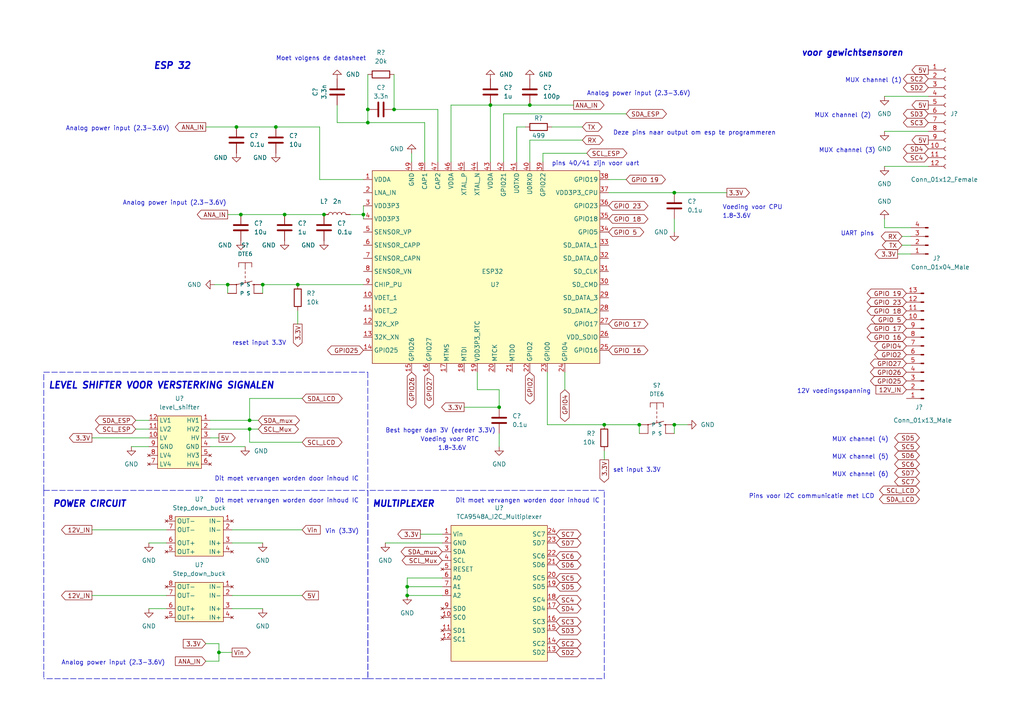
<source format=kicad_sch>
(kicad_sch (version 20211123) (generator eeschema)
  (paper "A4")
  (lib_symbols
    (symbol "Connector:Conn_01x04_Male" (pin_names (offset 1.016) hide)
      (property "Reference" "J" (at 0 5.08 0))
      (property "Value" "Conn_01x04_Male" (at 0 -7.62 0))
      (symbol "Conn_01x04_Male_1_1"
        (polyline (pts (xy 1.27 -5.08) (xy 0.8636 -5.08)) (stroke (width 0.1524)))
        (polyline (pts (xy 1.27 -2.54) (xy 0.8636 -2.54)) (stroke (width 0.1524)))
        (polyline (pts (xy 1.27 0) (xy 0.8636 0)) (stroke (width 0.1524)))
        (polyline (pts (xy 1.27 2.54) (xy 0.8636 2.54)) (stroke (width 0.1524)))
        (rectangle (start 0.8636 -4.953) (end 0 -5.207) (stroke (width 0.1524)) (fill (type outline)))
        (rectangle (start 0.8636 -2.413) (end 0 -2.667) (stroke (width 0.1524)) (fill (type outline)))
        (rectangle (start 0.8636 0.127) (end 0 -0.127) (stroke (width 0.1524)) (fill (type outline)))
        (rectangle (start 0.8636 2.667) (end 0 2.413) (stroke (width 0.1524)) (fill (type outline)))
        (pin passive line (at 5.08 2.54 180) (length 3.81) (name "Pin_1") (number "1"))
        (pin passive line (at 5.08 0 180) (length 3.81) (name "Pin_2") (number "2"))
        (pin passive line (at 5.08 -2.54 180) (length 3.81) (name "Pin_3") (number "3"))
        (pin passive line (at 5.08 -5.08 180) (length 3.81) (name "Pin_4") (number "4"))
      )
    )
    (symbol "Connector:Conn_01x12_Female" (pin_names (offset 1.016) hide)
      (property "Reference" "J" (at 0 15.24 0))
      (property "Value" "Conn_01x12_Female" (at 0 -17.78 0))
      (symbol "Conn_01x12_Female_1_1"
        (arc (start 0 -14.732) (mid -0.508 -15.24) (end 0 -15.748) (stroke (width 0.1524)))
        (arc (start 0 -12.192) (mid -0.508 -12.7) (end 0 -13.208) (stroke (width 0.1524)))
        (arc (start 0 -9.652) (mid -0.508 -10.16) (end 0 -10.668) (stroke (width 0.1524)))
        (arc (start 0 -7.112) (mid -0.508 -7.62) (end 0 -8.128) (stroke (width 0.1524)))
        (arc (start 0 -4.572) (mid -0.508 -5.08) (end 0 -5.588) (stroke (width 0.1524)))
        (arc (start 0 -2.032) (mid -0.508 -2.54) (end 0 -3.048) (stroke (width 0.1524)))
        (polyline (pts (xy -1.27 -15.24) (xy -0.508 -15.24)) (stroke (width 0.1524)))
        (polyline (pts (xy -1.27 -12.7) (xy -0.508 -12.7)) (stroke (width 0.1524)))
        (polyline (pts (xy -1.27 -10.16) (xy -0.508 -10.16)) (stroke (width 0.1524)))
        (polyline (pts (xy -1.27 -7.62) (xy -0.508 -7.62)) (stroke (width 0.1524)))
        (polyline (pts (xy -1.27 -5.08) (xy -0.508 -5.08)) (stroke (width 0.1524)))
        (polyline (pts (xy -1.27 -2.54) (xy -0.508 -2.54)) (stroke (width 0.1524)))
        (polyline (pts (xy -1.27 0) (xy -0.508 0)) (stroke (width 0.1524)))
        (polyline (pts (xy -1.27 2.54) (xy -0.508 2.54)) (stroke (width 0.1524)))
        (polyline (pts (xy -1.27 5.08) (xy -0.508 5.08)) (stroke (width 0.1524)))
        (polyline (pts (xy -1.27 7.62) (xy -0.508 7.62)) (stroke (width 0.1524)))
        (polyline (pts (xy -1.27 10.16) (xy -0.508 10.16)) (stroke (width 0.1524)))
        (polyline (pts (xy -1.27 12.7) (xy -0.508 12.7)) (stroke (width 0.1524)))
        (arc (start 0 0.508) (mid -0.508 0) (end 0 -0.508) (stroke (width 0.1524)))
        (arc (start 0 3.048) (mid -0.508 2.54) (end 0 2.032) (stroke (width 0.1524)))
        (arc (start 0 5.588) (mid -0.508 5.08) (end 0 4.572) (stroke (width 0.1524)))
        (arc (start 0 8.128) (mid -0.508 7.62) (end 0 7.112) (stroke (width 0.1524)))
        (arc (start 0 10.668) (mid -0.508 10.16) (end 0 9.652) (stroke (width 0.1524)))
        (arc (start 0 13.208) (mid -0.508 12.7) (end 0 12.192) (stroke (width 0.1524)))
        (pin passive line (at -5.08 12.7 0) (length 3.81) (name "Pin_1") (number "1"))
        (pin passive line (at -5.08 -10.16 0) (length 3.81) (name "Pin_10") (number "10"))
        (pin passive line (at -5.08 -12.7 0) (length 3.81) (name "Pin_11") (number "11"))
        (pin passive line (at -5.08 -15.24 0) (length 3.81) (name "Pin_12") (number "12"))
        (pin passive line (at -5.08 10.16 0) (length 3.81) (name "Pin_2") (number "2"))
        (pin passive line (at -5.08 7.62 0) (length 3.81) (name "Pin_3") (number "3"))
        (pin passive line (at -5.08 5.08 0) (length 3.81) (name "Pin_4") (number "4"))
        (pin passive line (at -5.08 2.54 0) (length 3.81) (name "Pin_5") (number "5"))
        (pin passive line (at -5.08 0 0) (length 3.81) (name "Pin_6") (number "6"))
        (pin passive line (at -5.08 -2.54 0) (length 3.81) (name "Pin_7") (number "7"))
        (pin passive line (at -5.08 -5.08 0) (length 3.81) (name "Pin_8") (number "8"))
        (pin passive line (at -5.08 -7.62 0) (length 3.81) (name "Pin_9") (number "9"))
      )
    )
    (symbol "Connector:Conn_01x13_Male" (pin_names (offset 1.016) hide)
      (property "Reference" "J" (at 0 17.78 0))
      (property "Value" "Conn_01x13_Male" (at 0 -17.78 0))
      (symbol "Conn_01x13_Male_1_1"
        (polyline (pts (xy 1.27 -15.24) (xy 0.8636 -15.24)) (stroke (width 0.1524)))
        (polyline (pts (xy 1.27 -12.7) (xy 0.8636 -12.7)) (stroke (width 0.1524)))
        (polyline (pts (xy 1.27 -10.16) (xy 0.8636 -10.16)) (stroke (width 0.1524)))
        (polyline (pts (xy 1.27 -7.62) (xy 0.8636 -7.62)) (stroke (width 0.1524)))
        (polyline (pts (xy 1.27 -5.08) (xy 0.8636 -5.08)) (stroke (width 0.1524)))
        (polyline (pts (xy 1.27 -2.54) (xy 0.8636 -2.54)) (stroke (width 0.1524)))
        (polyline (pts (xy 1.27 0) (xy 0.8636 0)) (stroke (width 0.1524)))
        (polyline (pts (xy 1.27 2.54) (xy 0.8636 2.54)) (stroke (width 0.1524)))
        (polyline (pts (xy 1.27 5.08) (xy 0.8636 5.08)) (stroke (width 0.1524)))
        (polyline (pts (xy 1.27 7.62) (xy 0.8636 7.62)) (stroke (width 0.1524)))
        (polyline (pts (xy 1.27 10.16) (xy 0.8636 10.16)) (stroke (width 0.1524)))
        (polyline (pts (xy 1.27 12.7) (xy 0.8636 12.7)) (stroke (width 0.1524)))
        (polyline (pts (xy 1.27 15.24) (xy 0.8636 15.24)) (stroke (width 0.1524)))
        (rectangle (start 0.8636 -15.113) (end 0 -15.367) (stroke (width 0.1524)) (fill (type outline)))
        (rectangle (start 0.8636 -12.573) (end 0 -12.827) (stroke (width 0.1524)) (fill (type outline)))
        (rectangle (start 0.8636 -10.033) (end 0 -10.287) (stroke (width 0.1524)) (fill (type outline)))
        (rectangle (start 0.8636 -7.493) (end 0 -7.747) (stroke (width 0.1524)) (fill (type outline)))
        (rectangle (start 0.8636 -4.953) (end 0 -5.207) (stroke (width 0.1524)) (fill (type outline)))
        (rectangle (start 0.8636 -2.413) (end 0 -2.667) (stroke (width 0.1524)) (fill (type outline)))
        (rectangle (start 0.8636 0.127) (end 0 -0.127) (stroke (width 0.1524)) (fill (type outline)))
        (rectangle (start 0.8636 2.667) (end 0 2.413) (stroke (width 0.1524)) (fill (type outline)))
        (rectangle (start 0.8636 5.207) (end 0 4.953) (stroke (width 0.1524)) (fill (type outline)))
        (rectangle (start 0.8636 7.747) (end 0 7.493) (stroke (width 0.1524)) (fill (type outline)))
        (rectangle (start 0.8636 10.287) (end 0 10.033) (stroke (width 0.1524)) (fill (type outline)))
        (rectangle (start 0.8636 12.827) (end 0 12.573) (stroke (width 0.1524)) (fill (type outline)))
        (rectangle (start 0.8636 15.367) (end 0 15.113) (stroke (width 0.1524)) (fill (type outline)))
        (pin passive line (at 5.08 15.24 180) (length 3.81) (name "Pin_1") (number "1"))
        (pin passive line (at 5.08 -7.62 180) (length 3.81) (name "Pin_10") (number "10"))
        (pin passive line (at 5.08 -10.16 180) (length 3.81) (name "Pin_11") (number "11"))
        (pin passive line (at 5.08 -12.7 180) (length 3.81) (name "Pin_12") (number "12"))
        (pin passive line (at 5.08 -15.24 180) (length 3.81) (name "Pin_13") (number "13"))
        (pin passive line (at 5.08 12.7 180) (length 3.81) (name "Pin_2") (number "2"))
        (pin passive line (at 5.08 10.16 180) (length 3.81) (name "Pin_3") (number "3"))
        (pin passive line (at 5.08 7.62 180) (length 3.81) (name "Pin_4") (number "4"))
        (pin passive line (at 5.08 5.08 180) (length 3.81) (name "Pin_5") (number "5"))
        (pin passive line (at 5.08 2.54 180) (length 3.81) (name "Pin_6") (number "6"))
        (pin passive line (at 5.08 0 180) (length 3.81) (name "Pin_7") (number "7"))
        (pin passive line (at 5.08 -2.54 180) (length 3.81) (name "Pin_8") (number "8"))
        (pin passive line (at 5.08 -5.08 180) (length 3.81) (name "Pin_9") (number "9"))
      )
    )
    (symbol "Device:C" (pin_numbers hide) (pin_names (offset 0.254))
      (property "Reference" "C" (at 0.635 2.54 0))
      (property "Value" "C" (at 0.635 -2.54 0))
      (symbol "C_0_1"
        (polyline (pts (xy -2.032 -0.762) (xy 2.032 -0.762)) (stroke (width 0.508)))
        (polyline (pts (xy -2.032 0.762) (xy 2.032 0.762)) (stroke (width 0.508)))
      )
      (symbol "C_1_1"
        (pin passive line (at 0 3.81 270) (length 2.794) (name "~") (number "1"))
        (pin passive line (at 0 -3.81 90) (length 2.794) (name "~") (number "2"))
      )
    )
    (symbol "Device:L" (pin_numbers hide) (pin_names (offset 1.016) hide)
      (property "Reference" "L" (at -1.27 0 90))
      (property "Value" "L" (at 1.905 0 90))
      (symbol "L_0_1"
        (arc (start 0 -2.54) (mid 0.635 -1.905) (end 0 -1.27))
        (arc (start 0 -1.27) (mid 0.635 -0.635) (end 0 0))
        (arc (start 0 0) (mid 0.635 0.635) (end 0 1.27))
        (arc (start 0 1.27) (mid 0.635 1.905) (end 0 2.54))
      )
      (symbol "L_1_1"
        (pin passive line (at 0 3.81 270) (length 1.27) (name "1") (number "1"))
        (pin passive line (at 0 -3.81 90) (length 1.27) (name "2") (number "2"))
      )
    )
    (symbol "Device:R" (pin_numbers hide) (pin_names (offset 0))
      (property "Reference" "R" (at 2.032 0 90))
      (property "Value" "R" (at 0 0 90))
      (symbol "R_0_1"
        (rectangle (start -1.016 -2.54) (end 1.016 2.54) (stroke (width 0.254)))
      )
      (symbol "R_1_1"
        (pin passive line (at 0 3.81 270) (length 1.27) (name "~") (number "1"))
        (pin passive line (at 0 -3.81 90) (length 1.27) (name "~") (number "2"))
      )
    )
    (symbol "Onze_Bib:ESP32"
      (property "Reference" "U" (at 33.02 11.43 0))
      (property "Value" "ESP32" (at 33.02 -26.67 0))
      (symbol "ESP32_0_1"
        (rectangle (start 0 0) (end 66.04 -55.88) (fill (type background)))
      )
      (symbol "ESP32_1_1"
        (pin power_in line (at -2.54 -2.54 0) (length 2.54) (name "VDDA") (number "1"))
        (pin input line (at -2.54 -36.83 0) (length 2.54) (name "VDET_1") (number "10"))
        (pin input line (at -2.54 -40.64 0) (length 2.54) (name "VDET_2") (number "11"))
        (pin bidirectional line (at -2.54 -44.45 0) (length 2.54) (name "32K_XP") (number "12"))
        (pin bidirectional line (at -2.54 -48.26 0) (length 2.54) (name "32K_XN") (number "13"))
        (pin bidirectional line (at -2.54 -52.07 0) (length 2.54) (name "GPIO25") (number "14"))
        (pin bidirectional line (at 11.43 -58.42 90) (length 2.54) (name "GPIO26") (number "15"))
        (pin bidirectional line (at 16.51 -58.42 90) (length 2.54) (name "GPIO27") (number "16"))
        (pin bidirectional line (at 21.59 -58.42 90) (length 2.54) (name "MTMS") (number "17"))
        (pin bidirectional line (at 26.67 -58.42 90) (length 2.54) (name "MTDI") (number "18"))
        (pin power_in line (at 30.48 -58.42 90) (length 2.54) (name "VDD3P3_RTC") (number "19"))
        (pin bidirectional line (at -2.54 -6.35 0) (length 2.54) (name "LNA_IN") (number "2"))
        (pin bidirectional line (at 35.56 -58.42 90) (length 2.54) (name "MTCK") (number "20"))
        (pin bidirectional line (at 40.64 -58.42 90) (length 2.54) (name "MTDO") (number "21"))
        (pin bidirectional line (at 45.72 -58.42 90) (length 2.54) (name "GPIO2") (number "22"))
        (pin bidirectional line (at 50.8 -58.42 90) (length 2.54) (name "GPIO0") (number "23"))
        (pin bidirectional line (at 55.88 -58.42 90) (length 2.54) (name "GPIO4") (number "24"))
        (pin bidirectional line (at 68.58 -52.07 180) (length 2.54) (name "GPIO16") (number "25"))
        (pin power_out line (at 68.58 -48.26 180) (length 2.54) (name "VDD_SDIO") (number "26"))
        (pin bidirectional line (at 68.58 -44.45 180) (length 2.54) (name "GPIO17") (number "27"))
        (pin bidirectional line (at 68.58 -40.64 180) (length 2.54) (name "SD_DATA_2") (number "28"))
        (pin bidirectional line (at 68.58 -36.83 180) (length 2.54) (name "SD_DATA_3") (number "29"))
        (pin power_in line (at -2.54 -10.16 0) (length 2.54) (name "VDD3P3") (number "3"))
        (pin bidirectional line (at 68.58 -33.02 180) (length 2.54) (name "SD_CMD") (number "30"))
        (pin bidirectional line (at 68.58 -29.21 180) (length 2.54) (name "SD_CLK") (number "31"))
        (pin bidirectional line (at 68.58 -25.4 180) (length 2.54) (name "SD_DATA_0") (number "32"))
        (pin bidirectional line (at 68.58 -21.59 180) (length 2.54) (name "SD_DATA_1") (number "33"))
        (pin bidirectional line (at 68.58 -17.78 180) (length 2.54) (name "GPIO5") (number "34"))
        (pin bidirectional line (at 68.58 -13.97 180) (length 2.54) (name "GPIO18") (number "35"))
        (pin bidirectional line (at 68.58 -10.16 180) (length 2.54) (name "GPIO23") (number "36"))
        (pin power_in line (at 68.58 -6.35 180) (length 2.54) (name "VDD3P3_CPU") (number "37"))
        (pin bidirectional line (at 68.58 -2.54 180) (length 2.54) (name "GPIO19") (number "38"))
        (pin bidirectional line (at 49.53 2.54 270) (length 2.54) (name "GPIO22") (number "39"))
        (pin power_in line (at -2.54 -13.97 0) (length 2.54) (name "VDD3P3") (number "4"))
        (pin bidirectional line (at 45.72 2.54 270) (length 2.54) (name "U0RXD") (number "40"))
        (pin bidirectional line (at 41.91 2.54 270) (length 2.54) (name "U0TXD") (number "41"))
        (pin bidirectional line (at 38.1 2.54 270) (length 2.54) (name "GPIO21") (number "42"))
        (pin power_in line (at 34.29 2.54 270) (length 2.54) (name "VDDA") (number "43"))
        (pin output line (at 30.48 2.54 270) (length 2.54) (name "XTAL_N") (number "44"))
        (pin input line (at 26.67 2.54 270) (length 2.54) (name "XTAL_P") (number "45"))
        (pin power_in line (at 22.86 2.54 270) (length 2.54) (name "VDDA") (number "46"))
        (pin input line (at 19.05 2.54 270) (length 2.54) (name "CAP2") (number "47"))
        (pin input line (at 15.24 2.54 270) (length 2.54) (name "CAP1") (number "48"))
        (pin power_out line (at 11.43 2.54 270) (length 2.54) (name "GND") (number "49"))
        (pin input line (at -2.54 -17.78 0) (length 2.54) (name "SENSOR_VP") (number "5"))
        (pin input line (at -2.54 -21.59 0) (length 2.54) (name "SENSOR_CAPP") (number "6"))
        (pin input line (at -2.54 -25.4 0) (length 2.54) (name "SENSOR_CAPN") (number "7"))
        (pin input line (at -2.54 -29.21 0) (length 2.54) (name "SENSOR_VN") (number "8"))
        (pin input line (at -2.54 -33.02 0) (length 2.54) (name "CHIP_PU") (number "9"))
      )
    )
    (symbol "Onze_Bib:Step_down_buck"
      (property "Reference" "U" (at 0 0 0))
      (property "Value" "Step_down_buck" (at 0 2.54 0))
      (symbol "Step_down_buck_0_1"
        (rectangle (start -7.62 -2.54) (end 6.35 -13.97) (fill (type background)))
      )
      (symbol "Step_down_buck_1_1"
        (pin no_connect line (at 8.89 -3.81 180) (length 2.54) (name "IN-") (number "1"))
        (pin power_out line (at 8.89 -6.35 180) (length 2.54) (name "IN-") (number "2"))
        (pin power_in line (at 8.89 -10.16 180) (length 2.54) (name "IN+") (number "3"))
        (pin no_connect line (at 8.89 -12.7 180) (length 2.54) (name "IN+") (number "4"))
        (pin no_connect line (at -10.16 -12.7 0) (length 2.54) (name "OUT+") (number "5"))
        (pin power_out line (at -10.16 -10.16 0) (length 2.54) (name "OUT+") (number "6"))
        (pin power_out line (at -10.16 -6.35 0) (length 2.54) (name "OUT-") (number "7"))
        (pin no_connect line (at -10.16 -3.81 0) (length 2.54) (name "OUT-") (number "8"))
      )
    )
    (symbol "Onze_Bib:level_shifter"
      (property "Reference" "U" (at 0 0 0))
      (property "Value" "level_shifter" (at 0 2.54 0))
      (symbol "level_shifter_0_1"
        (rectangle (start -6.35 -2.54) (end 6.35 -17.78) (fill (type background)))
      )
      (symbol "level_shifter_1_1"
        (pin bidirectional line (at -8.89 -16.51 0) (length 2.54) (name "HV1") (number "1"))
        (pin power_in line (at 8.89 -11.43 180) (length 2.54) (name "LV") (number "10"))
        (pin bidirectional line (at 8.89 -13.97 180) (length 2.54) (name "LV2") (number "11"))
        (pin bidirectional line (at 8.89 -16.51 180) (length 2.54) (name "LV1") (number "12"))
        (pin bidirectional line (at -8.89 -13.97 0) (length 2.54) (name "HV2") (number "2"))
        (pin power_in line (at -8.89 -11.43 0) (length 2.54) (name "HV") (number "3"))
        (pin power_out line (at -8.89 -8.89 0) (length 2.54) (name "GND") (number "4"))
        (pin no_connect line (at -8.89 -6.35 0) (length 2.54) (name "HV3") (number "5"))
        (pin no_connect line (at -8.89 -3.81 0) (length 2.54) (name "HV4") (number "6"))
        (pin no_connect line (at 8.89 -3.81 180) (length 2.54) (name "LV4") (number "7"))
        (pin no_connect line (at 8.89 -6.35 180) (length 2.54) (name "LV4") (number "8"))
        (pin power_out line (at 8.89 -8.89 180) (length 2.54) (name "GND") (number "9"))
      )
    )
    (symbol "TCA9548A_I2C_Multiplexer_1"
      (property "Reference" "U" (at 0 0 0))
      (property "Value" "TCA9548A_I2C_Multiplexer_1" (at 0 2.54 0))
      (symbol "TCA9548A_I2C_Multiplexer_1_0_1"
        (rectangle (start -13.97 -2.54) (end 13.97 -41.91) (fill (type background)))
      )
      (symbol "TCA9548A_I2C_Multiplexer_1_1_1"
        (pin power_in line (at -16.51 -5.08 0) (length 2.54) (name "Vin") (number "1"))
        (pin no_connect line (at -16.51 -29.21 0) (length 2.54) (name "SC0") (number "10"))
        (pin no_connect line (at -16.51 -33.02 0) (length 2.54) (name "SD1") (number "11"))
        (pin no_connect line (at -16.51 -35.56 0) (length 2.54) (name "SC1") (number "12"))
        (pin bidirectional line (at 16.51 -39.37 180) (length 2.54) (name "SD2") (number "13"))
        (pin bidirectional line (at 16.51 -36.83 180) (length 2.54) (name "SC2") (number "14"))
        (pin bidirectional line (at 16.51 -33.02 180) (length 2.54) (name "SD3") (number "15"))
        (pin bidirectional line (at 16.51 -30.48 180) (length 2.54) (name "SC3") (number "16"))
        (pin bidirectional line (at 16.51 -26.67 180) (length 2.54) (name "SD4") (number "17"))
        (pin bidirectional line (at 16.51 -24.13 180) (length 2.54) (name "SC4") (number "18"))
        (pin bidirectional line (at 16.51 -20.32 180) (length 2.54) (name "SD5") (number "19"))
        (pin power_out line (at -16.51 -7.62 0) (length 2.54) (name "GND") (number "2"))
        (pin bidirectional line (at 16.51 -17.78 180) (length 2.54) (name "SC5") (number "20"))
        (pin bidirectional line (at 16.51 -13.97 180) (length 2.54) (name "SD6") (number "21"))
        (pin bidirectional line (at 16.51 -11.43 180) (length 2.54) (name "SC6") (number "22"))
        (pin bidirectional line (at 16.51 -7.62 180) (length 2.54) (name "SD7") (number "23"))
        (pin bidirectional line (at 16.51 -5.08 180) (length 2.54) (name "SC7") (number "24"))
        (pin bidirectional line (at -16.51 -10.16 0) (length 2.54) (name "SDA") (number "3"))
        (pin bidirectional line (at -16.51 -12.7 0) (length 2.54) (name "SCL") (number "4"))
        (pin no_connect line (at -16.51 -15.24 0) (length 2.54) (name "RESET") (number "5"))
        (pin input line (at -16.51 -17.78 0) (length 2.54) (name "A0") (number "6"))
        (pin input line (at -16.51 -20.32 0) (length 2.54) (name "A1") (number "7"))
        (pin input line (at -16.51 -22.86 0) (length 2.54) (name "A2") (number "8"))
        (pin no_connect line (at -16.51 -26.67 0) (length 2.54) (name "SD0") (number "9"))
      )
    )
    (symbol "power:GND" (power) (pin_names (offset 0))
      (property "Value" "GND" (at 0 -3.81 0))
      (symbol "GND_0_1"
        (polyline (pts (xy 0 0) (xy 0 -1.27) (xy 1.27 -1.27) (xy 0 -2.54) (xy -1.27 -1.27) (xy 0 -1.27)))
      )
      (symbol "GND_1_1"
        (pin power_in line (at 0 0 270) (length 0) hide (name "GND") (number "1"))
      )
    )
    (symbol "switch-misc:DTE6" (pin_numbers hide) (pin_names (offset 1.016))
      (property "Reference" "S" (at -7.874 -1.905 90))
      (property "Value" "DTE6" (at -5.334 2.54 90))
      (symbol "DTE6_1_0"
        (polyline (pts (xy -6.35 -1.905) (xy -5.08 -1.905)))
        (polyline (pts (xy -6.35 0) (xy -6.35 -1.905)))
        (polyline (pts (xy -6.35 0) (xy -4.445 0)))
        (polyline (pts (xy -6.35 1.905) (xy -6.35 0)))
        (polyline (pts (xy -6.35 1.905) (xy -5.08 1.905)))
        (polyline (pts (xy -3.81 0) (xy -3.175 0)))
        (polyline (pts (xy -2.54 0) (xy -1.905 0)))
        (polyline (pts (xy -1.27 0) (xy -0.635 0)))
        (polyline (pts (xy 0 -2.54) (xy -1.016 2.032)))
        (polyline (pts (xy 0 2.032) (xy 0 2.54)))
        (polyline (pts (xy 2.54 -2.54) (xy 0 -2.54)))
        (polyline (pts (xy 2.54 2.54) (xy 0 2.54)))
      )
      (symbol "DTE6_1_1"
        (circle (center 0 -2.54) (radius 0.127) (fill (type outline)))
        (circle (center 0 2.54) (radius 0.127) (fill (type outline)))
        (pin passive line (at 0 5.08 270) (length 2.54) (name "S") (number "1"))
        (pin passive line (at 2.54 5.08 270) (length 2.54) (name "S") (number "2"))
        (pin passive line (at 0 -5.08 90) (length 2.54) (name "P") (number "3"))
        (pin passive line (at 2.54 -5.08 90) (length 2.54) (name "P") (number "4"))
      )
    )
  )
  (junction (at 195.58 55.88))
  (junction (at 93.98 62.23))
  (junction (at 118.11 170.18))
  (junction (at 185.42 123.19))
  (junction (at 76.2 82.55))
  (junction (at 142.24 30.48))
  (junction (at 106.68 35.56))
  (junction (at 72.39 121.92))
  (junction (at 69.85 62.23))
  (junction (at 105.41 62.23))
  (junction (at 114.3 31.75))
  (junction (at 66.04 82.55))
  (junction (at 144.78 118.11))
  (junction (at 68.58 36.83))
  (junction (at 175.26 123.19))
  (junction (at 80.01 36.83))
  (junction (at 118.11 172.72))
  (junction (at 63.5 189.23))
  (junction (at 86.36 82.55))
  (junction (at 72.39 124.46))
  (junction (at 195.58 123.19))
  (junction (at 153.67 30.48))
  (junction (at 106.68 31.75))
  (junction (at 82.55 62.23))
  (wire (pts (xy 118.11 167.64) (xy 118.11 170.18)))
  (wire (pts (xy 66.04 62.23) (xy 69.85 62.23)))
  (wire (pts (xy 118.11 172.72) (xy 128.27 172.72)))
  (wire (pts (xy 138.43 107.95) (xy 138.43 113.03)))
  (polyline (pts (xy 12.7 142.24) (xy 106.68 142.24)))
  (polyline (pts (xy 106.68 142.24) (xy 106.68 196.85)))
  (wire (pts (xy 114.3 31.75) (xy 127 31.75)))
  (wire (pts (xy 111.76 157.48) (xy 128.27 157.48)))
  (wire (pts (xy 153.67 40.64) (xy 168.91 40.64)))
  (wire (pts (xy 157.48 46.99) (xy 157.48 44.45)))
  (wire (pts (xy 62.23 82.55) (xy 66.04 82.55)))
  (wire (pts (xy 144.78 118.11) (xy 134.62 118.11)))
  (wire (pts (xy 60.96 124.46) (xy 72.39 124.46)))
  (wire (pts (xy 127 46.99) (xy 127 31.75)))
  (wire (pts (xy 63.5 127) (xy 60.96 127)))
  (wire (pts (xy 130.81 46.99) (xy 130.81 30.48)))
  (polyline (pts (xy 12.7 142.24) (xy 12.7 107.95)))
  (wire (pts (xy 163.83 107.95) (xy 163.83 113.03)))
  (wire (pts (xy 128.27 167.64) (xy 118.11 167.64)))
  (wire (pts (xy 101.6 62.23) (xy 105.41 62.23)))
  (wire (pts (xy 106.68 35.56) (xy 123.19 35.56)))
  (wire (pts (xy 256.54 48.26) (xy 269.24 48.26)))
  (wire (pts (xy 118.11 170.18) (xy 128.27 170.18)))
  (wire (pts (xy 105.41 59.69) (xy 105.41 62.23)))
  (wire (pts (xy 63.5 191.77) (xy 63.5 189.23)))
  (wire (pts (xy 176.53 52.07) (xy 181.61 52.07)))
  (polyline (pts (xy 106.68 107.95) (xy 106.68 142.24)))
  (wire (pts (xy 160.02 36.83) (xy 168.91 36.83)))
  (wire (pts (xy 82.55 62.23) (xy 93.98 62.23)))
  (polyline (pts (xy 106.68 142.24) (xy 106.68 196.85)))
  (wire (pts (xy 264.16 66.04) (xy 256.54 66.04)))
  (wire (pts (xy 138.43 113.03) (xy 144.78 113.03)))
  (wire (pts (xy 39.37 124.46) (xy 43.18 124.46)))
  (wire (pts (xy 146.05 33.02) (xy 146.05 46.99)))
  (wire (pts (xy 142.24 30.48) (xy 142.24 46.99)))
  (wire (pts (xy 261.62 71.12) (xy 264.16 71.12)))
  (wire (pts (xy 142.24 30.48) (xy 153.67 30.48)))
  (wire (pts (xy 260.35 73.66) (xy 264.16 73.66)))
  (wire (pts (xy 26.67 127) (xy 43.18 127)))
  (wire (pts (xy 144.78 125.73) (xy 144.78 129.54)))
  (wire (pts (xy 195.58 55.88) (xy 210.82 55.88)))
  (wire (pts (xy 256.54 27.94) (xy 269.24 27.94)))
  (wire (pts (xy 67.31 172.72) (xy 87.63 172.72)))
  (wire (pts (xy 256.54 63.5) (xy 256.54 66.04)))
  (polyline (pts (xy 175.26 196.85) (xy 175.26 142.24)))
  (wire (pts (xy 158.75 123.19) (xy 175.26 123.19)))
  (wire (pts (xy 181.61 33.02) (xy 146.05 33.02)))
  (wire (pts (xy 195.58 63.5) (xy 195.58 67.31)))
  (wire (pts (xy 59.69 191.77) (xy 63.5 191.77)))
  (wire (pts (xy 86.36 82.55) (xy 105.41 82.55)))
  (wire (pts (xy 149.86 36.83) (xy 152.4 36.83)))
  (polyline (pts (xy 175.26 142.24) (xy 106.68 142.24)))
  (polyline (pts (xy 106.68 196.85) (xy 12.7 196.85)))
  (wire (pts (xy 68.58 36.83) (xy 80.01 36.83)))
  (wire (pts (xy 256.54 38.1) (xy 269.24 38.1)))
  (wire (pts (xy 63.5 186.69) (xy 59.69 186.69)))
  (wire (pts (xy 149.86 46.99) (xy 149.86 36.83)))
  (wire (pts (xy 195.58 123.19) (xy 195.58 125.73)))
  (wire (pts (xy 87.63 115.57) (xy 72.39 115.57)))
  (wire (pts (xy 157.48 44.45) (xy 170.18 44.45)))
  (polyline (pts (xy 12.7 142.24) (xy 12.7 196.85)))
  (wire (pts (xy 76.2 82.55) (xy 76.2 85.09)))
  (wire (pts (xy 80.01 36.83) (xy 92.71 36.83)))
  (polyline (pts (xy 12.7 107.95) (xy 106.68 107.95)))
  (wire (pts (xy 97.79 30.48) (xy 97.79 35.56)))
  (wire (pts (xy 106.68 31.75) (xy 106.68 35.56)))
  (wire (pts (xy 105.41 62.23) (xy 105.41 63.5)))
  (wire (pts (xy 118.11 170.18) (xy 118.11 172.72)))
  (wire (pts (xy 123.19 35.56) (xy 123.19 46.99)))
  (wire (pts (xy 153.67 30.48) (xy 166.37 30.48)))
  (wire (pts (xy 39.37 121.92) (xy 43.18 121.92)))
  (wire (pts (xy 38.1 129.54) (xy 43.18 129.54)))
  (wire (pts (xy 72.39 124.46) (xy 72.39 128.27)))
  (wire (pts (xy 175.26 123.19) (xy 185.42 123.19)))
  (wire (pts (xy 130.81 30.48) (xy 142.24 30.48)))
  (wire (pts (xy 63.5 189.23) (xy 63.5 186.69)))
  (wire (pts (xy 195.58 123.19) (xy 199.39 123.19)))
  (wire (pts (xy 72.39 128.27) (xy 87.63 128.27)))
  (wire (pts (xy 69.85 62.23) (xy 82.55 62.23)))
  (wire (pts (xy 144.78 113.03) (xy 144.78 118.11)))
  (wire (pts (xy 72.39 115.57) (xy 72.39 121.92)))
  (wire (pts (xy 119.38 46.99) (xy 119.38 44.45)))
  (wire (pts (xy 121.92 154.94) (xy 128.27 154.94)))
  (wire (pts (xy 67.31 189.23) (xy 63.5 189.23)))
  (wire (pts (xy 92.71 36.83) (xy 92.71 52.07)))
  (wire (pts (xy 72.39 121.92) (xy 74.93 121.92)))
  (wire (pts (xy 261.62 68.58) (xy 264.16 68.58)))
  (wire (pts (xy 60.96 129.54) (xy 71.12 129.54)))
  (wire (pts (xy 158.75 107.95) (xy 158.75 123.19)))
  (wire (pts (xy 43.18 176.53) (xy 48.26 176.53)))
  (wire (pts (xy 76.2 82.55) (xy 86.36 82.55)))
  (wire (pts (xy 59.69 36.83) (xy 68.58 36.83)))
  (wire (pts (xy 114.3 21.59) (xy 114.3 31.75)))
  (wire (pts (xy 92.71 52.07) (xy 105.41 52.07)))
  (polyline (pts (xy 106.68 142.24) (xy 106.68 196.85)))
  (wire (pts (xy 185.42 123.19) (xy 185.42 125.73)))
  (wire (pts (xy 67.31 176.53) (xy 76.2 176.53)))
  (wire (pts (xy 66.04 82.55) (xy 66.04 85.09)))
  (wire (pts (xy 60.96 121.92) (xy 72.39 121.92)))
  (polyline (pts (xy 106.68 196.85) (xy 175.26 196.85)))
  (wire (pts (xy 97.79 35.56) (xy 106.68 35.56)))
  (wire (pts (xy 26.67 153.67) (xy 48.26 153.67)))
  (wire (pts (xy 153.67 46.99) (xy 153.67 40.64)))
  (wire (pts (xy 72.39 124.46) (xy 74.93 124.46)))
  (wire (pts (xy 26.67 172.72) (xy 48.26 172.72)))
  (wire (pts (xy 67.31 153.67) (xy 87.63 153.67)))
  (wire (pts (xy 176.53 55.88) (xy 195.58 55.88)))
  (wire (pts (xy 175.26 130.81) (xy 175.26 133.35)))
  (wire (pts (xy 67.31 157.48) (xy 76.2 157.48)))
  (wire (pts (xy 106.68 21.59) (xy 106.68 31.75)))
  (wire (pts (xy 43.18 157.48) (xy 48.26 157.48)))
  (wire (pts (xy 86.36 90.17) (xy 86.36 93.98)))
  (text "Deze pins naar output om esp te programmeren\n" (at 177.8 39.37 0) (effects (font (size 1.27 1.27)) (justify left bottom)))
  (text "Voeding voor RTC" (at 121.92 128.27 0) (effects (font (size 1.27 1.27)) (justify left bottom)))
  (text "Analog power input (2.3-3.6V)" (at 17.78 193.04 0) (effects (font (size 1.27 1.27)) (justify left bottom)))
  (text "Dit moet vervangen worden door inhoud IC" (at 62.23 146.05 0) (effects (font (size 1.27 1.27)) (justify left bottom)))
  (text "1.8~3.6V" (at 127 130.81 0) (effects (font (size 1.27 1.27)) (justify left bottom)))
  (text "ESP 32" (at 44.45 20.32 0) (effects (font (size 1.9 1.9) (thickness 0.4) bold italic) (justify left bottom)))
  (text "MUX channel (3)" (at 237.49 44.45 0) (effects (font (size 1.27 1.27)) (justify left bottom)))
  (text "Pins voor I2C communicatie met LCD" (at 217.17 144.78 0) (effects (font (size 1.27 1.27)) (justify left bottom)))
  (text "Moet volgens de datasheet" (at 80.01 17.78 0) (effects (font (size 1.27 1.27)) (justify left bottom)))
  (text "Vin (3.3V)" (at 104.14 154.94 180) (effects (font (size 1.27 1.27)) (justify right bottom)))
  (text "1.8~3.6V" (at 209.55 63.5 0) (effects (font (size 1.27 1.27)) (justify left bottom)))
  (text "Dit moet vervangen worden door inhoud IC" (at 62.23 139.7 0) (effects (font (size 1.27 1.27)) (justify left bottom)))
  (text "reset input 3.3V" (at 67.31 100.33 0) (effects (font (size 1.27 1.27)) (justify left bottom)))
  (text "MUX channel (1)" (at 245.11 24.13 0) (effects (font (size 1.27 1.27)) (justify left bottom)))
  (text "pins 40/41 zijn voor uart" (at 160.02 48.26 0) (effects (font (size 1.27 1.27)) (justify left bottom)))
  (text "Voeding voor CPU" (at 209.55 60.96 0) (effects (font (size 1.27 1.27)) (justify left bottom)))
  (text "Analog power input (2.3-3.6V)" (at 170.18 27.94 0) (effects (font (size 1.27 1.27)) (justify left bottom)))
  (text "Analog power input (2.3-3.6V)" (at 19.05 38.1 0) (effects (font (size 1.27 1.27)) (justify left bottom)))
  (text "12V voedingsspanning" (at 231.14 114.3 0) (effects (font (size 1.27 1.27)) (justify left bottom)))
  (text "Dit moet vervangen worden door inhoud IC" (at 132.08 146.05 0) (effects (font (size 1.27 1.27)) (justify left bottom)))
  (text "MUX channel (5)" (at 241.3 133.35 0) (effects (font (size 1.27 1.27)) (justify left bottom)))
  (text "MUX channel (4)" (at 241.3 128.27 0) (effects (font (size 1.27 1.27)) (justify left bottom)))
  (text "Best hoger dan 3V (eerder 3.3V)" (at 111.76 125.73 0) (effects (font (size 1.27 1.27)) (justify left bottom)))
  (text "LEVEL SHIFTER VOOR VERSTERKING SIGNALEN" (at 13.97 113.03 0) (effects (font (size 1.9 1.9) (thickness 0.4) bold italic) (justify left bottom)))
  (text "voor gewichtsensoren" (at 232.41 16.51 0) (effects (font (size 1.8 1.8) (thickness 0.36) bold italic) (justify left bottom)))
  (text "POWER CIRCUIT" (at 15.24 147.32 0) (effects (font (size 1.8 1.8) (thickness 0.4) bold italic) (justify left bottom)))
  (text "MULTIPLEXER" (at 107.95 147.32 0) (effects (font (size 1.8 1.8) (thickness 0.4) bold italic) (justify left bottom)))
  (text "Analog power input (2.3-3.6V)" (at 35.56 59.69 0) (effects (font (size 1.27 1.27)) (justify left bottom)))
  (text "MUX channel (2)" (at 236.22 34.29 0) (effects (font (size 1.27 1.27)) (justify left bottom)))
  (text "MUX channel (6)" (at 241.3 138.43 0) (effects (font (size 1.27 1.27)) (justify left bottom)))
  (text "set input 3.3V" (at 177.8 137.16 0) (effects (font (size 1.27 1.27)) (justify left bottom)))
  (text "UART pins" (at 243.84 68.58 0) (effects (font (size 1.27 1.27)) (justify left bottom)))
  (global_label "SD4" (shape bidirectional) (at 161.29 176.53 0) (property "Intersheet References" "${INTERSHEET_REFS}" (effects hide)))
  (global_label "SC3" (shape bidirectional) (at 161.29 180.34 0) (property "Intersheet References" "${INTERSHEET_REFS}" (effects hide)))
  (global_label "SC4" (shape bidirectional) (at 161.29 173.99 0) (property "Intersheet References" "${INTERSHEET_REFS}" (effects hide)))
  (global_label "SC2" (shape bidirectional) (at 161.29 186.69 0) (property "Intersheet References" "${INTERSHEET_REFS}" (effects hide)))
  (global_label "GPIO 23" (shape bidirectional) (at 176.53 59.69 0) (property "Intersheet References" "${INTERSHEET_REFS}" (effects hide)))
  (global_label "GPIO2" (shape bidirectional) (at 262.89 102.87 180) (property "Intersheet References" "${INTERSHEET_REFS}" (effects hide)))
  (global_label "SDA_LCD" (shape bidirectional) (at 87.63 115.57 0) (property "Intersheet References" "${INTERSHEET_REFS}" (effects hide)))
  (global_label "12V_IN" (shape output) (at 26.67 153.67 180) (property "Intersheet References" "${INTERSHEET_REFS}" (effects hide)))
  (global_label "5V" (shape input) (at 87.63 172.72 0) (property "Intersheet References" "${INTERSHEET_REFS}" (effects hide)))
  (global_label "GPIO 5" (shape bidirectional) (at 176.53 67.31 0) (property "Intersheet References" "${INTERSHEET_REFS}" (effects hide)))
  (global_label "GPIO 19" (shape bidirectional) (at 262.89 85.09 180) (property "Intersheet References" "${INTERSHEET_REFS}" (effects hide)))
  (global_label "TX" (shape bidirectional) (at 261.62 71.12 180) (property "Intersheet References" "${INTERSHEET_REFS}" (effects hide)))
  (global_label "SD3" (shape bidirectional) (at 269.24 33.02 180) (property "Intersheet References" "${INTERSHEET_REFS}" (effects hide)))
  (global_label "SDA_LCD" (shape bidirectional) (at 266.7 144.78 180) (property "Intersheet References" "${INTERSHEET_REFS}" (effects hide)))
  (global_label "SDA_mux" (shape bidirectional) (at 74.93 121.92 0) (property "Intersheet References" "${INTERSHEET_REFS}" (effects hide)))
  (global_label "RX" (shape bidirectional) (at 168.91 40.64 0) (property "Intersheet References" "${INTERSHEET_REFS}" (effects hide)))
  (global_label "3.3V" (shape output) (at 134.62 118.11 180) (property "Intersheet References" "${INTERSHEET_REFS}" (effects hide)))
  (global_label "SCL_ESP" (shape bidirectional) (at 39.37 124.46 180) (property "Intersheet References" "${INTERSHEET_REFS}" (effects hide)))
  (global_label "SCL_LCD" (shape bidirectional) (at 266.7 142.24 180) (property "Intersheet References" "${INTERSHEET_REFS}" (effects hide)))
  (global_label "GPIO 5" (shape bidirectional) (at 262.89 92.71 180) (property "Intersheet References" "${INTERSHEET_REFS}" (effects hide)))
  (global_label "3.3V" (shape output) (at 121.92 154.94 180) (property "Intersheet References" "${INTERSHEET_REFS}" (effects hide)))
  (global_label "SDA_ESP" (shape bidirectional) (at 39.37 121.92 180) (property "Intersheet References" "${INTERSHEET_REFS}" (effects hide)))
  (global_label "SD6" (shape bidirectional) (at 161.29 163.83 0) (property "Intersheet References" "${INTERSHEET_REFS}" (effects hide)))
  (global_label "GPIO 16" (shape bidirectional) (at 262.89 97.79 180) (property "Intersheet References" "${INTERSHEET_REFS}" (effects hide)))
  (global_label "SCL_ESP" (shape bidirectional) (at 170.18 44.45 0) (property "Intersheet References" "${INTERSHEET_REFS}" (effects hide)))
  (global_label "GPIO 23" (shape bidirectional) (at 262.89 87.63 180) (property "Intersheet References" "${INTERSHEET_REFS}" (effects hide)))
  (global_label "5V" (shape output) (at 269.24 30.48 180) (property "Intersheet References" "${INTERSHEET_REFS}" (effects hide)))
  (global_label "SC7" (shape bidirectional) (at 161.29 154.94 0) (property "Intersheet References" "${INTERSHEET_REFS}" (effects hide)))
  (global_label "RX" (shape bidirectional) (at 261.62 68.58 180) (property "Intersheet References" "${INTERSHEET_REFS}" (effects hide)))
  (global_label "SC3" (shape bidirectional) (at 269.24 35.56 180) (property "Intersheet References" "${INTERSHEET_REFS}" (effects hide)))
  (global_label "GPIO2" (shape bidirectional) (at 153.67 107.95 270) (property "Intersheet References" "${INTERSHEET_REFS}" (effects hide)))
  (global_label "GPIO 16" (shape bidirectional) (at 176.53 101.6 0) (property "Intersheet References" "${INTERSHEET_REFS}" (effects hide)))
  (global_label "GPIO 17" (shape bidirectional) (at 176.53 93.98 0) (property "Intersheet References" "${INTERSHEET_REFS}" (effects hide)))
  (global_label "12V_IN" (shape input) (at 262.89 113.03 180) (property "Intersheet References" "${INTERSHEET_REFS}" (effects hide)))
  (global_label "SDA_mux" (shape bidirectional) (at 128.27 160.02 180) (property "Intersheet References" "${INTERSHEET_REFS}" (effects hide)))
  (global_label "GPIO27" (shape bidirectional) (at 124.46 107.95 270) (property "Intersheet References" "${INTERSHEET_REFS}" (effects hide)))
  (global_label "SC5" (shape bidirectional) (at 266.7 129.54 180) (property "Intersheet References" "${INTERSHEET_REFS}" (effects hide)))
  (global_label "GPIO25" (shape bidirectional) (at 262.89 110.49 180) (property "Intersheet References" "${INTERSHEET_REFS}" (effects hide)))
  (global_label "GPIO26" (shape bidirectional) (at 262.89 107.95 180) (property "Intersheet References" "${INTERSHEET_REFS}" (effects hide)))
  (global_label "SD7" (shape bidirectional) (at 266.7 137.16 180) (property "Intersheet References" "${INTERSHEET_REFS}" (effects hide)))
  (global_label "SD2" (shape bidirectional) (at 161.29 189.23 0) (property "Intersheet References" "${INTERSHEET_REFS}" (effects hide)))
  (global_label "5V" (shape output) (at 63.5 127 0) (property "Intersheet References" "${INTERSHEET_REFS}" (effects hide)))
  (global_label "SD2" (shape bidirectional) (at 269.24 25.4 180) (property "Intersheet References" "${INTERSHEET_REFS}" (effects hide)))
  (global_label "SD5" (shape bidirectional) (at 266.7 127 180) (property "Intersheet References" "${INTERSHEET_REFS}" (effects hide)))
  (global_label "3.3V" (shape output) (at 86.36 93.98 270) (property "Intersheet References" "${INTERSHEET_REFS}" (effects hide)))
  (global_label "SCL_Mux" (shape bidirectional) (at 74.93 124.46 0) (property "Intersheet References" "${INTERSHEET_REFS}" (effects hide)))
  (global_label "ANA_IN" (shape output) (at 66.04 62.23 180) (property "Intersheet References" "${INTERSHEET_REFS}" (effects hide)))
  (global_label "GPIO25" (shape bidirectional) (at 105.41 101.6 180) (property "Intersheet References" "${INTERSHEET_REFS}" (effects hide)))
  (global_label "GPIO 17" (shape bidirectional) (at 262.89 95.25 180) (property "Intersheet References" "${INTERSHEET_REFS}" (effects hide)))
  (global_label "SC6" (shape bidirectional) (at 161.29 161.29 0) (property "Intersheet References" "${INTERSHEET_REFS}" (effects hide)))
  (global_label "3.3V" (shape output) (at 175.26 133.35 270) (property "Intersheet References" "${INTERSHEET_REFS}" (effects hide)))
  (global_label "GPIO4" (shape bidirectional) (at 262.89 100.33 180) (property "Intersheet References" "${INTERSHEET_REFS}" (effects hide)))
  (global_label "3.3V" (shape input) (at 59.69 186.69 180) (property "Intersheet References" "${INTERSHEET_REFS}" (effects hide)))
  (global_label "SC2" (shape bidirectional) (at 269.24 22.86 180) (property "Intersheet References" "${INTERSHEET_REFS}" (effects hide)))
  (global_label "SD6" (shape bidirectional) (at 266.7 132.08 180) (property "Intersheet References" "${INTERSHEET_REFS}" (effects hide)))
  (global_label "SDA_ESP" (shape bidirectional) (at 181.61 33.02 0) (property "Intersheet References" "${INTERSHEET_REFS}" (effects hide)))
  (global_label "5V" (shape output) (at 269.24 40.64 180) (property "Intersheet References" "${INTERSHEET_REFS}" (effects hide)))
  (global_label "Vin" (shape input) (at 87.63 153.67 0) (property "Intersheet References" "${INTERSHEET_REFS}" (effects hide)))
  (global_label "SC7" (shape bidirectional) (at 266.7 139.7 180) (property "Intersheet References" "${INTERSHEET_REFS}" (effects hide)))
  (global_label "GPIO 18" (shape bidirectional) (at 176.53 63.5 0) (property "Intersheet References" "${INTERSHEET_REFS}" (effects hide)))
  (global_label "SD7" (shape bidirectional) (at 161.29 157.48 0) (property "Intersheet References" "${INTERSHEET_REFS}" (effects hide)))
  (global_label "SCL_Mux" (shape bidirectional) (at 128.27 162.56 180) (property "Intersheet References" "${INTERSHEET_REFS}" (effects hide)))
  (global_label "SC4" (shape bidirectional) (at 269.24 45.72 180) (property "Intersheet References" "${INTERSHEET_REFS}" (effects hide)))
  (global_label "GPIO 18" (shape bidirectional) (at 262.89 90.17 180) (property "Intersheet References" "${INTERSHEET_REFS}" (effects hide)))
  (global_label "Vin" (shape output) (at 67.31 189.23 0) (property "Intersheet References" "${INTERSHEET_REFS}" (effects hide)))
  (global_label "TX" (shape bidirectional) (at 168.91 36.83 0) (property "Intersheet References" "${INTERSHEET_REFS}" (effects hide)))
  (global_label "12V_IN" (shape output) (at 26.67 172.72 180) (property "Intersheet References" "${INTERSHEET_REFS}" (effects hide)))
  (global_label "ANA_IN" (shape output) (at 59.69 36.83 180) (property "Intersheet References" "${INTERSHEET_REFS}" (effects hide)))
  (global_label "5V" (shape output) (at 269.24 20.32 180) (property "Intersheet References" "${INTERSHEET_REFS}" (effects hide)))
  (global_label "GPIO4" (shape bidirectional) (at 163.83 113.03 270) (property "Intersheet References" "${INTERSHEET_REFS}" (effects hide)))
  (global_label "3.3V" (shape output) (at 210.82 55.88 0) (property "Intersheet References" "${INTERSHEET_REFS}" (effects hide)))
  (global_label "GPIO26" (shape bidirectional) (at 119.38 107.95 270) (property "Intersheet References" "${INTERSHEET_REFS}" (effects hide)))
  (global_label "SC5" (shape bidirectional) (at 161.29 167.64 0) (property "Intersheet References" "${INTERSHEET_REFS}" (effects hide)))
  (global_label "SD5" (shape bidirectional) (at 161.29 170.18 0) (property "Intersheet References" "${INTERSHEET_REFS}" (effects hide)))
  (global_label "SC6" (shape bidirectional) (at 266.7 134.62 180) (property "Intersheet References" "${INTERSHEET_REFS}" (effects hide)))
  (global_label "GPIO27" (shape bidirectional) (at 262.89 105.41 180) (property "Intersheet References" "${INTERSHEET_REFS}" (effects hide)))
  (global_label "SD4" (shape bidirectional) (at 269.24 43.18 180) (property "Intersheet References" "${INTERSHEET_REFS}" (effects hide)))
  (global_label "GPIO 19" (shape bidirectional) (at 181.61 52.07 0) (property "Intersheet References" "${INTERSHEET_REFS}" (effects hide)))
  (global_label "3.3V" (shape output) (at 26.67 127 180) (property "Intersheet References" "${INTERSHEET_REFS}" (effects hide)))
  (global_label "ANA_IN" (shape output) (at 166.37 30.48 0) (property "Intersheet References" "${INTERSHEET_REFS}" (effects hide)))
  (global_label "SD3" (shape bidirectional) (at 161.29 182.88 0) (property "Intersheet References" "${INTERSHEET_REFS}" (effects hide)))
  (global_label "ANA_IN" (shape input) (at 59.69 191.77 180) (property "Intersheet References" "${INTERSHEET_REFS}" (effects hide)))
  (global_label "3.3V" (shape output) (at 260.35 73.66 180) (property "Intersheet References" "${INTERSHEET_REFS}" (effects hide)))
  (global_label "SCL_LCD" (shape bidirectional) (at 87.63 128.27 0) (property "Intersheet References" "${INTERSHEET_REFS}" (effects hide)))
  (symbol (lib_id "power:GND") (at 80.01 44.45 0) (unit 1)
    (property "Reference" "#PWR0112" (effects hide))
    (property "Value" "GND" (at 77.47 45.7201 0) (effects (justify right)))
  )
  (symbol (lib_id "switch-misc:DTE6") (at 71.12 82.55 270) (unit 1)
    (property "Reference" "S?" (at 71.12 71.12 90) (effects (font (size 1.143 1.143))))
    (property "Value" "DTE6" (at 71.12 73.66 90) (effects (font (size 1.143 1.143))))
    (property "Footprint" "switch-misc_DTE6" (effects hide))
  )
  (symbol (lib_id "power:GND") (at 195.58 67.31 0) (unit 1)
    (property "Reference" "#PWR0111" (effects hide))
    (property "Value" "GND" (at 191.77 67.31 0))
  )
  (symbol (lib_id "power:GND") (at 76.2 157.48 0) (unit 1)
    (property "Reference" "#PWR0109" (effects hide))
    (property "Value" "GND" (at 76.2 162.56 0))
  )
  (symbol (lib_id "Device:C") (at 93.98 66.04 0) (unit 1)
    (property "Reference" "C?" (at 97.79 64.7699 0) (effects (justify left)))
    (property "Value" "0.1u" (at 97.79 67.3099 0) (effects (justify left)))
  )
  (symbol (lib_id "power:GND") (at 68.58 44.45 0) (unit 1)
    (property "Reference" "#PWR0113" (effects hide))
    (property "Value" "GND" (at 66.04 45.7201 0) (effects (justify right)))
  )
  (symbol (lib_id "Device:R") (at 110.49 21.59 90) (unit 1)
    (property "Reference" "R?" (at 110.49 15.24 90))
    (property "Value" "20k" (at 110.49 17.78 90))
  )
  (symbol (lib_id "power:GND") (at 118.11 172.72 0) (unit 1)
    (property "Reference" "#PWR0116" (effects hide))
    (property "Value" "GND" (at 118.11 177.8 0))
  )
  (symbol (lib_id "power:GND") (at 153.67 22.86 180) (unit 1)
    (property "Reference" "#PWR0107" (effects hide))
    (property "Value" "GND" (at 156.21 21.5899 0) (effects (justify right)))
  )
  (symbol (lib_id "Onze_Bib:level_shifter") (at 52.07 138.43 180) (unit 1)
    (property "Reference" "U?" (at 52.07 115.57 0))
    (property "Value" "level_shifter" (at 52.07 118.11 0))
  )
  (symbol (lib_id "power:GND") (at 111.76 157.48 0) (unit 1)
    (property "Reference" "#PWR0115" (effects hide))
    (property "Value" "GND" (at 111.76 162.56 0))
  )
  (symbol (lib_id "power:GND") (at 199.39 123.19 90) (unit 1)
    (property "Reference" "#PWR0110" (effects hide))
    (property "Value" "GND" (at 203.2 123.1901 90) (effects (justify right)))
  )
  (symbol (lib_id "Device:C") (at 80.01 40.64 0) (unit 1)
    (property "Reference" "C?" (at 83.82 39.3699 0) (effects (justify left)))
    (property "Value" "10u" (at 83.82 41.9099 0) (effects (justify left)))
  )
  (symbol (lib_id "Device:C") (at 68.58 40.64 0) (unit 1)
    (property "Reference" "C?" (at 72.39 39.3699 0) (effects (justify left)))
    (property "Value" "0.1u" (at 72.39 41.9099 0) (effects (justify left)))
  )
  (symbol (lib_id "power:GND") (at 256.54 38.1 0) (unit 1)
    (property "Reference" "#PWR?" (effects hide))
    (property "Value" "GND" (at 256.54 43.18 0))
  )
  (symbol (lib_name "TCA9548A_I2C_Multiplexer_1") (lib_id "Onze_Bib:TCA9548A_I2C_Multiplexer") (at 144.78 149.86 0) (unit 1)
    (property "Reference" "U?" (at 144.78 147.32 0))
    (property "Value" "TCA9548A_I2C_Multiplexer" (at 144.78 149.86 0))
  )
  (symbol (lib_id "power:GND") (at 97.79 22.86 180) (unit 1)
    (property "Reference" "#PWR0104" (effects hide))
    (property "Value" "GND" (at 100.33 21.5899 0) (effects (justify right)))
  )
  (symbol (lib_id "Connector:Conn_01x12_Female") (at 274.32 33.02 0) (unit 1)
    (property "Reference" "J?" (at 275.59 33.0199 0) (effects (justify left)))
    (property "Value" "Conn_01x12_Female" (at 264.16 52.07 0) (effects (justify left)))
  )
  (symbol (lib_id "power:GND") (at 43.18 157.48 0) (unit 1)
    (property "Reference" "#PWR0117" (effects hide))
    (property "Value" "GND" (at 43.18 162.56 0))
  )
  (symbol (lib_id "power:GND") (at 76.2 176.53 0) (unit 1)
    (property "Reference" "#PWR0119" (effects hide))
    (property "Value" "GND" (at 76.2 181.61 0))
  )
  (symbol (lib_id "power:GND") (at 71.12 129.54 0) (mirror y) (unit 1)
    (property "Reference" "#PWR0120" (effects hide))
    (property "Value" "GND" (at 73.66 130.8099 0) (effects (justify right)))
  )
  (symbol (lib_id "Device:C") (at 144.78 121.92 0) (unit 1)
    (property "Reference" "C?" (at 148.59 120.6499 0) (effects (justify left)))
    (property "Value" "0.1u" (at 148.59 123.1899 0) (effects (justify left)))
  )
  (symbol (lib_id "Device:C") (at 97.79 26.67 0) (unit 1)
    (property "Reference" "C?" (at 91.44 26.67 90))
    (property "Value" "3.3n" (at 93.98 26.67 90))
  )
  (symbol (lib_id "power:GND") (at 119.38 44.45 180) (unit 1)
    (property "Reference" "#PWR0105" (effects hide))
    (property "Value" "GND" (at 113.03 43.18 0) (effects (justify right)))
  )
  (symbol (lib_id "power:GND") (at 38.1 129.54 0) (unit 1)
    (property "Reference" "#PWR0121" (effects hide))
    (property "Value" "GND" (at 38.1 134.62 0))
  )
  (symbol (lib_id "Device:L") (at 97.79 62.23 90) (unit 1)
    (property "Reference" "L?" (at 93.98 58.42 90))
    (property "Value" "2n" (at 97.79 58.42 90))
  )
  (symbol (lib_id "Device:C") (at 195.58 59.69 0) (unit 1)
    (property "Reference" "C?" (at 199.39 58.4199 0) (effects (justify left)))
    (property "Value" "0.1u" (at 199.39 60.9599 0) (effects (justify left)))
  )
  (symbol (lib_id "Onze_Bib:ESP32") (at 107.95 49.53 0) (unit 1)
    (property "Reference" "U?" (at 142.24 82.55 0) (effects (justify left)))
    (property "Value" "ESP32" (at 139.7 78.74 0) (effects (justify left)))
  )
  (symbol (lib_id "Device:C") (at 69.85 66.04 0) (unit 1)
    (property "Reference" "C?" (at 73.66 64.7699 0) (effects (justify left)))
    (property "Value" "10u" (at 73.66 67.3099 0) (effects (justify left)))
  )
  (symbol (lib_id "Connector:Conn_01x04_Male") (at 269.24 71.12 180) (unit 1)
    (property "Reference" "J?" (at 270.51 74.93 0) (effects (justify right)))
    (property "Value" "Conn_01x04_Male" (at 264.16 77.47 0) (effects (justify right)))
  )
  (symbol (lib_id "Device:C") (at 153.67 26.67 0) (unit 1)
    (property "Reference" "C?" (at 157.48 25.3999 0) (effects (justify left)))
    (property "Value" "100p" (at 157.48 27.9399 0) (effects (justify left)))
  )
  (symbol (lib_id "power:GND") (at 144.78 129.54 0) (unit 1)
    (property "Reference" "#PWR0108" (effects hide))
    (property "Value" "GND" (at 144.78 134.62 0))
  )
  (symbol (lib_id "Onze_Bib:Step_down_buck") (at 58.42 166.37 0) (unit 1)
    (property "Reference" "U?" (at 57.785 163.83 0))
    (property "Value" "Step_down_buck" (at 57.785 166.37 0))
  )
  (symbol (lib_id "power:GND") (at 256.54 48.26 0) (unit 1)
    (property "Reference" "#PWR?" (effects hide))
    (property "Value" "GND" (at 256.54 53.34 0))
  )
  (symbol (lib_id "power:GND") (at 256.54 27.94 0) (unit 1)
    (property "Reference" "#PWR?" (effects hide))
    (property "Value" "GND" (at 256.54 33.02 0))
  )
  (symbol (lib_id "power:GND") (at 69.85 69.85 0) (unit 1)
    (property "Reference" "#PWR0101" (effects hide))
    (property "Value" "GND" (at 67.31 71.1201 0) (effects (justify right)))
  )
  (symbol (lib_id "Connector:Conn_01x13_Male") (at 267.97 100.33 180) (unit 1)
    (property "Reference" "J?" (at 265.43 118.11 0) (effects (justify right)))
    (property "Value" "Conn_01x13_Male" (at 259.08 121.92 0) (effects (justify right)))
  )
  (symbol (lib_id "Device:R") (at 86.36 86.36 0) (unit 1)
    (property "Reference" "R?" (at 88.9 85.0899 0) (effects (justify left)))
    (property "Value" "10k" (at 88.9 87.6299 0) (effects (justify left)))
  )
  (symbol (lib_id "Device:R") (at 175.26 127 0) (mirror y) (unit 1)
    (property "Reference" "R?" (at 172.72 125.7299 0) (effects (justify left)))
    (property "Value" "10k" (at 172.72 128.2699 0) (effects (justify left)))
  )
  (symbol (lib_id "power:GND") (at 142.24 22.86 180) (unit 1)
    (property "Reference" "#PWR0106" (effects hide))
    (property "Value" "GND" (at 144.78 21.5899 0) (effects (justify right)))
  )
  (symbol (lib_id "power:GND") (at 43.18 176.53 0) (unit 1)
    (property "Reference" "#PWR0118" (effects hide))
    (property "Value" "GND" (at 43.18 181.61 0))
  )
  (symbol (lib_id "power:GND") (at 62.23 82.55 270) (unit 1)
    (property "Reference" "#PWR0103" (effects hide))
    (property "Value" "GND" (at 58.42 82.5499 90) (effects (justify right)))
  )
  (symbol (lib_id "Onze_Bib:Step_down_buck") (at 58.42 147.32 0) (unit 1)
    (property "Reference" "U?" (at 57.785 144.78 0))
    (property "Value" "Step_down_buck" (at 57.785 147.32 0))
  )
  (symbol (lib_id "Device:C") (at 142.24 26.67 0) (unit 1)
    (property "Reference" "C?" (at 146.05 25.3999 0) (effects (justify left)))
    (property "Value" "1u" (at 146.05 27.9399 0) (effects (justify left)))
  )
  (symbol (lib_id "Device:C") (at 110.49 31.75 270) (unit 1)
    (property "Reference" "C?" (at 110.49 25.4 90))
    (property "Value" "3.3n" (at 110.49 27.94 90))
  )
  (symbol (lib_id "power:GND") (at 93.98 69.85 0) (unit 1)
    (property "Reference" "#PWR0114" (effects hide))
    (property "Value" "GND" (at 91.44 71.1201 0) (effects (justify right)))
  )
  (symbol (lib_id "switch-misc:DTE6") (at 190.5 123.19 270) (unit 1)
    (property "Reference" "S?" (at 190.5 111.76 90) (effects (font (size 1.143 1.143))))
    (property "Value" "DTE6" (at 190.5 114.3 90) (effects (font (size 1.143 1.143))))
    (property "Footprint" "switch-misc_DTE6" (effects hide))
  )
  (symbol (lib_id "Device:R") (at 156.21 36.83 90) (unit 1)
    (property "Reference" "R?" (at 156.21 34.29 90))
    (property "Value" "499" (at 156.21 39.37 90))
  )
  (symbol (lib_id "power:GND") (at 82.55 69.85 0) (unit 1)
    (property "Reference" "#PWR0102" (effects hide))
    (property "Value" "GND" (at 80.01 71.1201 0) (effects (justify right)))
  )
  (symbol (lib_id "power:GND") (at 256.54 63.5 180) (unit 1)
    (property "Reference" "#PWR?" (effects hide))
    (property "Value" "GND" (at 256.54 58.42 0))
  )
  (symbol (lib_id "Device:C") (at 82.55 66.04 0) (unit 1)
    (property "Reference" "C?" (at 86.36 64.7699 0) (effects (justify left)))
    (property "Value" "1u" (at 86.36 67.3099 0) (effects (justify left)))
  )
)
</source>
